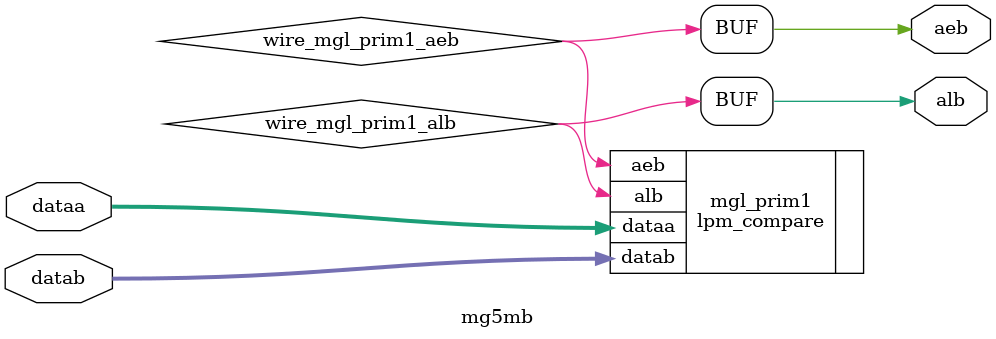
<source format=v>






//synthesis_resources = lpm_compare 1 
//synopsys translate_off
`timescale 1 ps / 1 ps
//synopsys translate_on
module  mg5mb
	( 
	aeb,
	alb,
	dataa,
	datab) /* synthesis synthesis_clearbox=1 */;
	output   aeb;
	output   alb;
	input   [31:0]  dataa;
	input   [31:0]  datab;

	wire  wire_mgl_prim1_aeb;
	wire  wire_mgl_prim1_alb;

	lpm_compare   mgl_prim1
	( 
	.aeb(wire_mgl_prim1_aeb),
	.alb(wire_mgl_prim1_alb),
	.dataa(dataa),
	.datab(datab));
	defparam
		mgl_prim1.lpm_representation = "UNSIGNED",
		mgl_prim1.lpm_type = "LPM_COMPARE",
		mgl_prim1.lpm_width = 32;
	assign
		aeb = wire_mgl_prim1_aeb,
		alb = wire_mgl_prim1_alb;
endmodule //mg5mb
//VALID FILE

</source>
